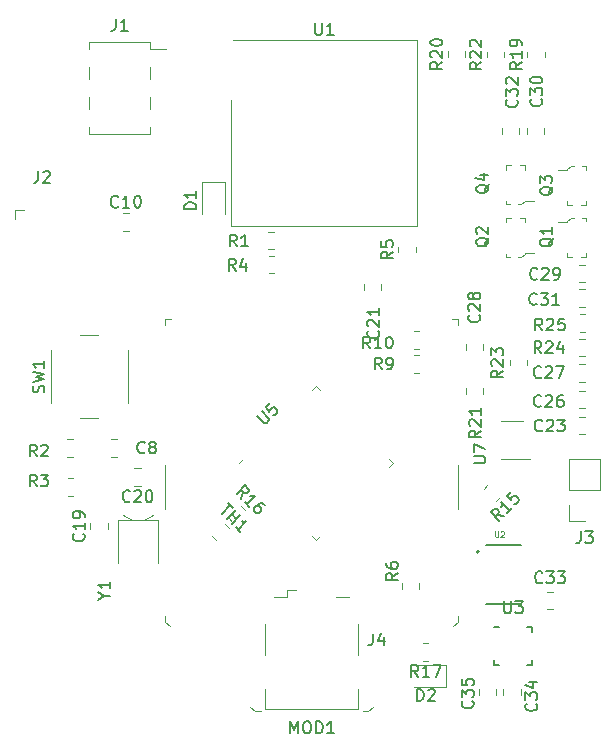
<source format=gto>
%TF.GenerationSoftware,KiCad,Pcbnew,5.1.9*%
%TF.CreationDate,2021-03-03T17:23:20-06:00*%
%TF.ProjectId,ARC-Boat0,4152432d-426f-4617-9430-2e6b69636164,rev?*%
%TF.SameCoordinates,Original*%
%TF.FileFunction,Legend,Top*%
%TF.FilePolarity,Positive*%
%FSLAX46Y46*%
G04 Gerber Fmt 4.6, Leading zero omitted, Abs format (unit mm)*
G04 Created by KiCad (PCBNEW 5.1.9) date 2021-03-03 17:23:20*
%MOMM*%
%LPD*%
G01*
G04 APERTURE LIST*
%ADD10C,0.120000*%
%ADD11C,0.150000*%
%ADD12C,0.127000*%
%ADD13C,0.200000*%
%ADD14C,0.100000*%
%ADD15C,0.015000*%
G04 APERTURE END LIST*
D10*
%TO.C,C35*%
X136905000Y-90348748D02*
X136905000Y-90871252D01*
X138375000Y-90348748D02*
X138375000Y-90871252D01*
%TO.C,C34*%
X138975000Y-90338748D02*
X138975000Y-90861252D01*
X140445000Y-90338748D02*
X140445000Y-90861252D01*
%TO.C,C33*%
X142678748Y-83565000D02*
X143201252Y-83565000D01*
X142678748Y-82095000D02*
X143201252Y-82095000D01*
D11*
%TO.C,U3*%
X138200000Y-88330000D02*
X138200000Y-87930000D01*
X138200000Y-88330000D02*
X138600000Y-88330000D01*
X141400000Y-88330000D02*
X141400000Y-87930000D01*
X141400000Y-88330000D02*
X141000000Y-88330000D01*
X141400000Y-85130000D02*
X141400000Y-85530000D01*
X141400000Y-85130000D02*
X141000000Y-85130000D01*
X138200000Y-85130000D02*
X138600000Y-85130000D01*
D10*
%TO.C,J1*%
X103894000Y-35598000D02*
X109094000Y-35598000D01*
X109094000Y-35598000D02*
X109094000Y-36168000D01*
X109094000Y-37688000D02*
X109094000Y-38708000D01*
X109094000Y-40228000D02*
X109094000Y-41248000D01*
X109094000Y-42768000D02*
X109094000Y-43338000D01*
X103894000Y-43338000D02*
X109094000Y-43338000D01*
X103894000Y-35598000D02*
X103894000Y-36168000D01*
X103894000Y-37688000D02*
X103894000Y-38708000D01*
X103894000Y-40228000D02*
X103894000Y-41248000D01*
X103894000Y-42768000D02*
X103894000Y-43338000D01*
X109094000Y-36168000D02*
X110454000Y-36168000D01*
%TO.C,SW1*%
X107168000Y-66154000D02*
X107168000Y-61654000D01*
X103168000Y-67404000D02*
X104668000Y-67404000D01*
X100668000Y-61654000D02*
X100668000Y-66154000D01*
X104668000Y-60404000D02*
X103168000Y-60404000D01*
%TO.C,R6*%
X131867000Y-81404936D02*
X131867000Y-81859064D01*
X130397000Y-81404936D02*
X130397000Y-81859064D01*
%TO.C,R5*%
X130090000Y-53377064D02*
X130090000Y-52922936D01*
X131560000Y-53377064D02*
X131560000Y-52922936D01*
%TO.C,R4*%
X119547064Y-55135000D02*
X119092936Y-55135000D01*
X119547064Y-53665000D02*
X119092936Y-53665000D01*
%TO.C,R3*%
X102553564Y-73985000D02*
X102099436Y-73985000D01*
X102553564Y-72515000D02*
X102099436Y-72515000D01*
%TO.C,R2*%
X102052436Y-69213000D02*
X102506564Y-69213000D01*
X102052436Y-70683000D02*
X102506564Y-70683000D01*
%TO.C,C10*%
X106748748Y-50085000D02*
X107271252Y-50085000D01*
X106748748Y-51555000D02*
X107271252Y-51555000D01*
%TO.C,C8*%
X105724748Y-69213000D02*
X106247252Y-69213000D01*
X105724748Y-70683000D02*
X106247252Y-70683000D01*
%TO.C,U5*%
X122786447Y-65024029D02*
X123140000Y-64670475D01*
X123140000Y-64670475D02*
X123493553Y-65024029D01*
X123493553Y-77355971D02*
X123140000Y-77709525D01*
X123140000Y-77709525D02*
X122786447Y-77355971D01*
X129305971Y-71543553D02*
X129659525Y-71190000D01*
X129659525Y-71190000D02*
X129305971Y-70836447D01*
X116974029Y-70836447D02*
X116620475Y-71190000D01*
%TO.C,J2*%
X97660000Y-50560000D02*
X97660000Y-49810000D01*
X97660000Y-49810000D02*
X98410000Y-49810000D01*
%TO.C,Y1*%
X106375000Y-79700000D02*
X106375000Y-76000000D01*
X106375000Y-76000000D02*
X109775000Y-76000000D01*
X109775000Y-76000000D02*
X109775000Y-79700000D01*
X107575000Y-76000000D02*
X106805000Y-75600000D01*
X106805000Y-75600000D02*
X106805000Y-75600000D01*
X108575000Y-76000000D02*
X109345000Y-75600000D01*
X109345000Y-75600000D02*
X109345000Y-75600000D01*
D12*
%TO.C,U2*%
X137506000Y-78116000D02*
X140506000Y-78116000D01*
X137506000Y-83116000D02*
X140506000Y-83116000D01*
D13*
X136906000Y-78741000D02*
G75*
G03*
X136906000Y-78741000I-100000J0D01*
G01*
D10*
%TO.C,U1*%
X115950000Y-40470000D02*
X115950000Y-51130000D01*
X115950000Y-51130000D02*
X131670000Y-51130000D01*
X131670000Y-35410000D02*
X131670000Y-51130000D01*
X116060000Y-35410000D02*
X131670000Y-35410000D01*
%TO.C,U7*%
X140600000Y-67640000D02*
X138800000Y-67640000D01*
X138800000Y-70860000D02*
X141250000Y-70860000D01*
%TO.C,TH1*%
X115385665Y-76379718D02*
X115706782Y-76700835D01*
X114346218Y-77419165D02*
X114667335Y-77740282D01*
%TO.C,R1*%
X119537064Y-53125000D02*
X119082936Y-53125000D01*
X119537064Y-51655000D02*
X119082936Y-51655000D01*
%TO.C,R10*%
X131412936Y-60069000D02*
X131867064Y-60069000D01*
X131412936Y-61539000D02*
X131867064Y-61539000D01*
%TO.C,R9*%
X131412936Y-62101000D02*
X131867064Y-62101000D01*
X131412936Y-63571000D02*
X131867064Y-63571000D01*
%TO.C,R17*%
X132629064Y-87955000D02*
X132174936Y-87955000D01*
X132629064Y-86485000D02*
X132174936Y-86485000D01*
%TO.C,R22*%
X137575000Y-36867064D02*
X137575000Y-36412936D01*
X139045000Y-36867064D02*
X139045000Y-36412936D01*
%TO.C,R20*%
X134265000Y-36827064D02*
X134265000Y-36372936D01*
X135735000Y-36827064D02*
X135735000Y-36372936D01*
%TO.C,R19*%
X140995000Y-36867064D02*
X140995000Y-36412936D01*
X142465000Y-36867064D02*
X142465000Y-36412936D01*
%TO.C,R25*%
X145432936Y-58615000D02*
X145887064Y-58615000D01*
X145432936Y-60085000D02*
X145887064Y-60085000D01*
%TO.C,R24*%
X145412936Y-60675000D02*
X145867064Y-60675000D01*
X145412936Y-62145000D02*
X145867064Y-62145000D01*
%TO.C,R23*%
X141010000Y-62497936D02*
X141010000Y-62952064D01*
X139540000Y-62497936D02*
X139540000Y-62952064D01*
%TO.C,R21*%
X135815000Y-65337064D02*
X135815000Y-64882936D01*
X137285000Y-65337064D02*
X137285000Y-64882936D01*
%TO.C,R16*%
X116759165Y-74849718D02*
X117080282Y-75170835D01*
X115719718Y-75889165D02*
X116040835Y-76210282D01*
%TO.C,R15*%
X138670282Y-74117165D02*
X138349165Y-74438282D01*
X137630835Y-73077718D02*
X137309718Y-73398835D01*
D14*
%TO.C,Q4*%
X140175000Y-49320000D02*
X140450000Y-49320000D01*
X140450000Y-49320000D02*
X140825000Y-49045000D01*
X140825000Y-49045000D02*
X140825000Y-48995000D01*
X140825000Y-48995000D02*
X141600000Y-48995000D01*
X140350000Y-46020000D02*
X140825000Y-46020000D01*
X140825000Y-46020000D02*
X140825000Y-46370000D01*
X139175000Y-46245000D02*
X139175000Y-46370000D01*
X139175000Y-46320000D02*
X139175000Y-46020000D01*
X139175000Y-46020000D02*
X139625000Y-46020000D01*
X139550000Y-49320000D02*
X139175000Y-49320000D01*
X139175000Y-49320000D02*
X139175000Y-49020000D01*
%TO.C,Q3*%
X144995000Y-46080000D02*
X144720000Y-46080000D01*
X144720000Y-46080000D02*
X144345000Y-46355000D01*
X144345000Y-46355000D02*
X144345000Y-46405000D01*
X144345000Y-46405000D02*
X143570000Y-46405000D01*
X144820000Y-49380000D02*
X144345000Y-49380000D01*
X144345000Y-49380000D02*
X144345000Y-49030000D01*
X145995000Y-49155000D02*
X145995000Y-49030000D01*
X145995000Y-49080000D02*
X145995000Y-49380000D01*
X145995000Y-49380000D02*
X145545000Y-49380000D01*
X145620000Y-46080000D02*
X145995000Y-46080000D01*
X145995000Y-46080000D02*
X145995000Y-46380000D01*
%TO.C,Q2*%
X140175000Y-53800000D02*
X140450000Y-53800000D01*
X140450000Y-53800000D02*
X140825000Y-53525000D01*
X140825000Y-53525000D02*
X140825000Y-53475000D01*
X140825000Y-53475000D02*
X141600000Y-53475000D01*
X140350000Y-50500000D02*
X140825000Y-50500000D01*
X140825000Y-50500000D02*
X140825000Y-50850000D01*
X139175000Y-50725000D02*
X139175000Y-50850000D01*
X139175000Y-50800000D02*
X139175000Y-50500000D01*
X139175000Y-50500000D02*
X139625000Y-50500000D01*
X139550000Y-53800000D02*
X139175000Y-53800000D01*
X139175000Y-53800000D02*
X139175000Y-53500000D01*
%TO.C,Q1*%
X144985000Y-50460000D02*
X144710000Y-50460000D01*
X144710000Y-50460000D02*
X144335000Y-50735000D01*
X144335000Y-50735000D02*
X144335000Y-50785000D01*
X144335000Y-50785000D02*
X143560000Y-50785000D01*
X144810000Y-53760000D02*
X144335000Y-53760000D01*
X144335000Y-53760000D02*
X144335000Y-53410000D01*
X145985000Y-53535000D02*
X145985000Y-53410000D01*
X145985000Y-53460000D02*
X145985000Y-53760000D01*
X145985000Y-53760000D02*
X145535000Y-53760000D01*
X145610000Y-50460000D02*
X145985000Y-50460000D01*
X145985000Y-50460000D02*
X145985000Y-50760000D01*
D10*
%TO.C,J3*%
X147194000Y-73504000D02*
X144534000Y-73504000D01*
X147194000Y-73504000D02*
X147194000Y-70904000D01*
X147194000Y-70904000D02*
X144534000Y-70904000D01*
X144534000Y-73504000D02*
X144534000Y-70904000D01*
X144534000Y-76104000D02*
X144534000Y-74774000D01*
X145864000Y-76104000D02*
X144534000Y-76104000D01*
%TO.C,D1*%
X115370000Y-50150000D02*
X115370000Y-47465000D01*
X115370000Y-47465000D02*
X113450000Y-47465000D01*
X113450000Y-47465000D02*
X113450000Y-50150000D01*
%TO.C,D2*%
X131402000Y-90212000D02*
X134087000Y-90212000D01*
X134087000Y-90212000D02*
X134087000Y-88292000D01*
X134087000Y-88292000D02*
X131402000Y-88292000D01*
%TO.C,C31*%
X145398748Y-56505000D02*
X145921252Y-56505000D01*
X145398748Y-57975000D02*
X145921252Y-57975000D01*
%TO.C,C29*%
X145388748Y-54445000D02*
X145911252Y-54445000D01*
X145388748Y-55915000D02*
X145911252Y-55915000D01*
%TO.C,C32*%
X138855000Y-43391252D02*
X138855000Y-42868748D01*
X140325000Y-43391252D02*
X140325000Y-42868748D01*
%TO.C,C30*%
X140965000Y-43401252D02*
X140965000Y-42878748D01*
X142435000Y-43401252D02*
X142435000Y-42878748D01*
%TO.C,C21*%
X128615000Y-56078748D02*
X128615000Y-56601252D01*
X127145000Y-56078748D02*
X127145000Y-56601252D01*
%TO.C,C28*%
X135790000Y-61636252D02*
X135790000Y-61113748D01*
X137260000Y-61636252D02*
X137260000Y-61113748D01*
%TO.C,C20*%
X108261252Y-73135000D02*
X107738748Y-73135000D01*
X108261252Y-71665000D02*
X107738748Y-71665000D01*
%TO.C,C19*%
X104015000Y-76836252D02*
X104015000Y-76313748D01*
X105485000Y-76836252D02*
X105485000Y-76313748D01*
%TO.C,C27*%
X145378748Y-62875000D02*
X145901252Y-62875000D01*
X145378748Y-64345000D02*
X145901252Y-64345000D01*
%TO.C,C26*%
X145388748Y-65115000D02*
X145911252Y-65115000D01*
X145388748Y-66585000D02*
X145911252Y-66585000D01*
%TO.C,C23*%
X145368748Y-67295000D02*
X145891252Y-67295000D01*
X145368748Y-68765000D02*
X145891252Y-68765000D01*
D14*
%TO.C,MOD1*%
X110350000Y-75150000D02*
X110350000Y-71350000D01*
X135150000Y-75150000D02*
X135150000Y-71350000D01*
X117950000Y-92250000D02*
X117550000Y-91850000D01*
X117950000Y-92250000D02*
X118450000Y-92250000D01*
X127550000Y-92250000D02*
X127050000Y-92250000D01*
X127550000Y-92250000D02*
X127950000Y-91850000D01*
X110350000Y-84650000D02*
X110350000Y-84150000D01*
X110350000Y-84650000D02*
X110750000Y-85050000D01*
X135150000Y-84650000D02*
X134750000Y-85050000D01*
X135150000Y-84650000D02*
X135150000Y-84150000D01*
X135150000Y-59050000D02*
X135150000Y-59550000D01*
X135150000Y-59050000D02*
X134650000Y-59050000D01*
X110350000Y-59050000D02*
X110350000Y-59550000D01*
X110350000Y-59050000D02*
X110850000Y-59050000D01*
D10*
%TO.C,J4*%
X126700000Y-92010000D02*
X126700000Y-90350000D01*
X118780000Y-92010000D02*
X126700000Y-92010000D01*
X118780000Y-90350000D02*
X118780000Y-92010000D01*
X124790000Y-82540000D02*
X125940000Y-82540000D01*
X120690000Y-81950000D02*
X121390000Y-81950000D01*
X120690000Y-82540000D02*
X120690000Y-81950000D01*
X119540000Y-82540000D02*
X120690000Y-82540000D01*
X126700000Y-84850000D02*
X126700000Y-87450000D01*
X118780000Y-87450000D02*
X118780000Y-84850000D01*
%TD*%
%TO.C,C35*%
D11*
X136357142Y-91372857D02*
X136404761Y-91420476D01*
X136452380Y-91563333D01*
X136452380Y-91658571D01*
X136404761Y-91801428D01*
X136309523Y-91896666D01*
X136214285Y-91944285D01*
X136023809Y-91991904D01*
X135880952Y-91991904D01*
X135690476Y-91944285D01*
X135595238Y-91896666D01*
X135500000Y-91801428D01*
X135452380Y-91658571D01*
X135452380Y-91563333D01*
X135500000Y-91420476D01*
X135547619Y-91372857D01*
X135452380Y-91039523D02*
X135452380Y-90420476D01*
X135833333Y-90753809D01*
X135833333Y-90610952D01*
X135880952Y-90515714D01*
X135928571Y-90468095D01*
X136023809Y-90420476D01*
X136261904Y-90420476D01*
X136357142Y-90468095D01*
X136404761Y-90515714D01*
X136452380Y-90610952D01*
X136452380Y-90896666D01*
X136404761Y-90991904D01*
X136357142Y-91039523D01*
X135452380Y-89515714D02*
X135452380Y-89991904D01*
X135928571Y-90039523D01*
X135880952Y-89991904D01*
X135833333Y-89896666D01*
X135833333Y-89658571D01*
X135880952Y-89563333D01*
X135928571Y-89515714D01*
X136023809Y-89468095D01*
X136261904Y-89468095D01*
X136357142Y-89515714D01*
X136404761Y-89563333D01*
X136452380Y-89658571D01*
X136452380Y-89896666D01*
X136404761Y-89991904D01*
X136357142Y-90039523D01*
%TO.C,C34*%
X141747142Y-91592857D02*
X141794761Y-91640476D01*
X141842380Y-91783333D01*
X141842380Y-91878571D01*
X141794761Y-92021428D01*
X141699523Y-92116666D01*
X141604285Y-92164285D01*
X141413809Y-92211904D01*
X141270952Y-92211904D01*
X141080476Y-92164285D01*
X140985238Y-92116666D01*
X140890000Y-92021428D01*
X140842380Y-91878571D01*
X140842380Y-91783333D01*
X140890000Y-91640476D01*
X140937619Y-91592857D01*
X140842380Y-91259523D02*
X140842380Y-90640476D01*
X141223333Y-90973809D01*
X141223333Y-90830952D01*
X141270952Y-90735714D01*
X141318571Y-90688095D01*
X141413809Y-90640476D01*
X141651904Y-90640476D01*
X141747142Y-90688095D01*
X141794761Y-90735714D01*
X141842380Y-90830952D01*
X141842380Y-91116666D01*
X141794761Y-91211904D01*
X141747142Y-91259523D01*
X141175714Y-89783333D02*
X141842380Y-89783333D01*
X140794761Y-90021428D02*
X141509047Y-90259523D01*
X141509047Y-89640476D01*
%TO.C,C33*%
X142277142Y-81297142D02*
X142229523Y-81344761D01*
X142086666Y-81392380D01*
X141991428Y-81392380D01*
X141848571Y-81344761D01*
X141753333Y-81249523D01*
X141705714Y-81154285D01*
X141658095Y-80963809D01*
X141658095Y-80820952D01*
X141705714Y-80630476D01*
X141753333Y-80535238D01*
X141848571Y-80440000D01*
X141991428Y-80392380D01*
X142086666Y-80392380D01*
X142229523Y-80440000D01*
X142277142Y-80487619D01*
X142610476Y-80392380D02*
X143229523Y-80392380D01*
X142896190Y-80773333D01*
X143039047Y-80773333D01*
X143134285Y-80820952D01*
X143181904Y-80868571D01*
X143229523Y-80963809D01*
X143229523Y-81201904D01*
X143181904Y-81297142D01*
X143134285Y-81344761D01*
X143039047Y-81392380D01*
X142753333Y-81392380D01*
X142658095Y-81344761D01*
X142610476Y-81297142D01*
X143562857Y-80392380D02*
X144181904Y-80392380D01*
X143848571Y-80773333D01*
X143991428Y-80773333D01*
X144086666Y-80820952D01*
X144134285Y-80868571D01*
X144181904Y-80963809D01*
X144181904Y-81201904D01*
X144134285Y-81297142D01*
X144086666Y-81344761D01*
X143991428Y-81392380D01*
X143705714Y-81392380D01*
X143610476Y-81344761D01*
X143562857Y-81297142D01*
%TO.C,U3*%
X139038095Y-82932380D02*
X139038095Y-83741904D01*
X139085714Y-83837142D01*
X139133333Y-83884761D01*
X139228571Y-83932380D01*
X139419047Y-83932380D01*
X139514285Y-83884761D01*
X139561904Y-83837142D01*
X139609523Y-83741904D01*
X139609523Y-82932380D01*
X139990476Y-82932380D02*
X140609523Y-82932380D01*
X140276190Y-83313333D01*
X140419047Y-83313333D01*
X140514285Y-83360952D01*
X140561904Y-83408571D01*
X140609523Y-83503809D01*
X140609523Y-83741904D01*
X140561904Y-83837142D01*
X140514285Y-83884761D01*
X140419047Y-83932380D01*
X140133333Y-83932380D01*
X140038095Y-83884761D01*
X139990476Y-83837142D01*
%TO.C,J1*%
X106160666Y-33610380D02*
X106160666Y-34324666D01*
X106113047Y-34467523D01*
X106017809Y-34562761D01*
X105874952Y-34610380D01*
X105779714Y-34610380D01*
X107160666Y-34610380D02*
X106589238Y-34610380D01*
X106874952Y-34610380D02*
X106874952Y-33610380D01*
X106779714Y-33753238D01*
X106684476Y-33848476D01*
X106589238Y-33896095D01*
%TO.C,SW1*%
X100072761Y-65237333D02*
X100120380Y-65094476D01*
X100120380Y-64856380D01*
X100072761Y-64761142D01*
X100025142Y-64713523D01*
X99929904Y-64665904D01*
X99834666Y-64665904D01*
X99739428Y-64713523D01*
X99691809Y-64761142D01*
X99644190Y-64856380D01*
X99596571Y-65046857D01*
X99548952Y-65142095D01*
X99501333Y-65189714D01*
X99406095Y-65237333D01*
X99310857Y-65237333D01*
X99215619Y-65189714D01*
X99168000Y-65142095D01*
X99120380Y-65046857D01*
X99120380Y-64808761D01*
X99168000Y-64665904D01*
X99120380Y-64332571D02*
X100120380Y-64094476D01*
X99406095Y-63904000D01*
X100120380Y-63713523D01*
X99120380Y-63475428D01*
X100120380Y-62570666D02*
X100120380Y-63142095D01*
X100120380Y-62856380D02*
X99120380Y-62856380D01*
X99263238Y-62951619D01*
X99358476Y-63046857D01*
X99406095Y-63142095D01*
%TO.C,R6*%
X130060380Y-80528666D02*
X129584190Y-80862000D01*
X130060380Y-81100095D02*
X129060380Y-81100095D01*
X129060380Y-80719142D01*
X129108000Y-80623904D01*
X129155619Y-80576285D01*
X129250857Y-80528666D01*
X129393714Y-80528666D01*
X129488952Y-80576285D01*
X129536571Y-80623904D01*
X129584190Y-80719142D01*
X129584190Y-81100095D01*
X129060380Y-79671523D02*
X129060380Y-79862000D01*
X129108000Y-79957238D01*
X129155619Y-80004857D01*
X129298476Y-80100095D01*
X129488952Y-80147714D01*
X129869904Y-80147714D01*
X129965142Y-80100095D01*
X130012761Y-80052476D01*
X130060380Y-79957238D01*
X130060380Y-79766761D01*
X130012761Y-79671523D01*
X129965142Y-79623904D01*
X129869904Y-79576285D01*
X129631809Y-79576285D01*
X129536571Y-79623904D01*
X129488952Y-79671523D01*
X129441333Y-79766761D01*
X129441333Y-79957238D01*
X129488952Y-80052476D01*
X129536571Y-80100095D01*
X129631809Y-80147714D01*
%TO.C,R5*%
X129627380Y-53316666D02*
X129151190Y-53650000D01*
X129627380Y-53888095D02*
X128627380Y-53888095D01*
X128627380Y-53507142D01*
X128675000Y-53411904D01*
X128722619Y-53364285D01*
X128817857Y-53316666D01*
X128960714Y-53316666D01*
X129055952Y-53364285D01*
X129103571Y-53411904D01*
X129151190Y-53507142D01*
X129151190Y-53888095D01*
X128627380Y-52411904D02*
X128627380Y-52888095D01*
X129103571Y-52935714D01*
X129055952Y-52888095D01*
X129008333Y-52792857D01*
X129008333Y-52554761D01*
X129055952Y-52459523D01*
X129103571Y-52411904D01*
X129198809Y-52364285D01*
X129436904Y-52364285D01*
X129532142Y-52411904D01*
X129579761Y-52459523D01*
X129627380Y-52554761D01*
X129627380Y-52792857D01*
X129579761Y-52888095D01*
X129532142Y-52935714D01*
%TO.C,R4*%
X116303333Y-54927380D02*
X115970000Y-54451190D01*
X115731904Y-54927380D02*
X115731904Y-53927380D01*
X116112857Y-53927380D01*
X116208095Y-53975000D01*
X116255714Y-54022619D01*
X116303333Y-54117857D01*
X116303333Y-54260714D01*
X116255714Y-54355952D01*
X116208095Y-54403571D01*
X116112857Y-54451190D01*
X115731904Y-54451190D01*
X117160476Y-54260714D02*
X117160476Y-54927380D01*
X116922380Y-53879761D02*
X116684285Y-54594047D01*
X117303333Y-54594047D01*
%TO.C,R3*%
X99469333Y-73194380D02*
X99136000Y-72718190D01*
X98897904Y-73194380D02*
X98897904Y-72194380D01*
X99278857Y-72194380D01*
X99374095Y-72242000D01*
X99421714Y-72289619D01*
X99469333Y-72384857D01*
X99469333Y-72527714D01*
X99421714Y-72622952D01*
X99374095Y-72670571D01*
X99278857Y-72718190D01*
X98897904Y-72718190D01*
X99802666Y-72194380D02*
X100421714Y-72194380D01*
X100088380Y-72575333D01*
X100231238Y-72575333D01*
X100326476Y-72622952D01*
X100374095Y-72670571D01*
X100421714Y-72765809D01*
X100421714Y-73003904D01*
X100374095Y-73099142D01*
X100326476Y-73146761D01*
X100231238Y-73194380D01*
X99945523Y-73194380D01*
X99850285Y-73146761D01*
X99802666Y-73099142D01*
%TO.C,R2*%
X99469333Y-70654380D02*
X99136000Y-70178190D01*
X98897904Y-70654380D02*
X98897904Y-69654380D01*
X99278857Y-69654380D01*
X99374095Y-69702000D01*
X99421714Y-69749619D01*
X99469333Y-69844857D01*
X99469333Y-69987714D01*
X99421714Y-70082952D01*
X99374095Y-70130571D01*
X99278857Y-70178190D01*
X98897904Y-70178190D01*
X99850285Y-69749619D02*
X99897904Y-69702000D01*
X99993142Y-69654380D01*
X100231238Y-69654380D01*
X100326476Y-69702000D01*
X100374095Y-69749619D01*
X100421714Y-69844857D01*
X100421714Y-69940095D01*
X100374095Y-70082952D01*
X99802666Y-70654380D01*
X100421714Y-70654380D01*
%TO.C,C10*%
X106367142Y-49497142D02*
X106319523Y-49544761D01*
X106176666Y-49592380D01*
X106081428Y-49592380D01*
X105938571Y-49544761D01*
X105843333Y-49449523D01*
X105795714Y-49354285D01*
X105748095Y-49163809D01*
X105748095Y-49020952D01*
X105795714Y-48830476D01*
X105843333Y-48735238D01*
X105938571Y-48640000D01*
X106081428Y-48592380D01*
X106176666Y-48592380D01*
X106319523Y-48640000D01*
X106367142Y-48687619D01*
X107319523Y-49592380D02*
X106748095Y-49592380D01*
X107033809Y-49592380D02*
X107033809Y-48592380D01*
X106938571Y-48735238D01*
X106843333Y-48830476D01*
X106748095Y-48878095D01*
X107938571Y-48592380D02*
X108033809Y-48592380D01*
X108129047Y-48640000D01*
X108176666Y-48687619D01*
X108224285Y-48782857D01*
X108271904Y-48973333D01*
X108271904Y-49211428D01*
X108224285Y-49401904D01*
X108176666Y-49497142D01*
X108129047Y-49544761D01*
X108033809Y-49592380D01*
X107938571Y-49592380D01*
X107843333Y-49544761D01*
X107795714Y-49497142D01*
X107748095Y-49401904D01*
X107700476Y-49211428D01*
X107700476Y-48973333D01*
X107748095Y-48782857D01*
X107795714Y-48687619D01*
X107843333Y-48640000D01*
X107938571Y-48592380D01*
%TO.C,C8*%
X108613333Y-70305142D02*
X108565714Y-70352761D01*
X108422857Y-70400380D01*
X108327619Y-70400380D01*
X108184761Y-70352761D01*
X108089523Y-70257523D01*
X108041904Y-70162285D01*
X107994285Y-69971809D01*
X107994285Y-69828952D01*
X108041904Y-69638476D01*
X108089523Y-69543238D01*
X108184761Y-69448000D01*
X108327619Y-69400380D01*
X108422857Y-69400380D01*
X108565714Y-69448000D01*
X108613333Y-69495619D01*
X109184761Y-69828952D02*
X109089523Y-69781333D01*
X109041904Y-69733714D01*
X108994285Y-69638476D01*
X108994285Y-69590857D01*
X109041904Y-69495619D01*
X109089523Y-69448000D01*
X109184761Y-69400380D01*
X109375238Y-69400380D01*
X109470476Y-69448000D01*
X109518095Y-69495619D01*
X109565714Y-69590857D01*
X109565714Y-69638476D01*
X109518095Y-69733714D01*
X109470476Y-69781333D01*
X109375238Y-69828952D01*
X109184761Y-69828952D01*
X109089523Y-69876571D01*
X109041904Y-69924190D01*
X108994285Y-70019428D01*
X108994285Y-70209904D01*
X109041904Y-70305142D01*
X109089523Y-70352761D01*
X109184761Y-70400380D01*
X109375238Y-70400380D01*
X109470476Y-70352761D01*
X109518095Y-70305142D01*
X109565714Y-70209904D01*
X109565714Y-70019428D01*
X109518095Y-69924190D01*
X109470476Y-69876571D01*
X109375238Y-69828952D01*
%TO.C,U5*%
X118112807Y-67240303D02*
X118685227Y-67812723D01*
X118786242Y-67846395D01*
X118853586Y-67846395D01*
X118954601Y-67812723D01*
X119089288Y-67678036D01*
X119122960Y-67577021D01*
X119122960Y-67509677D01*
X119089288Y-67408662D01*
X118516868Y-66836242D01*
X119190303Y-66162807D02*
X118853586Y-66499525D01*
X119156632Y-66869914D01*
X119156632Y-66802571D01*
X119190303Y-66701555D01*
X119358662Y-66533197D01*
X119459677Y-66499525D01*
X119527021Y-66499525D01*
X119628036Y-66533197D01*
X119796395Y-66701555D01*
X119830067Y-66802571D01*
X119830067Y-66869914D01*
X119796395Y-66970929D01*
X119628036Y-67139288D01*
X119527021Y-67172960D01*
X119459677Y-67172960D01*
%TO.C,J2*%
X99576666Y-46512380D02*
X99576666Y-47226666D01*
X99529047Y-47369523D01*
X99433809Y-47464761D01*
X99290952Y-47512380D01*
X99195714Y-47512380D01*
X100005238Y-46607619D02*
X100052857Y-46560000D01*
X100148095Y-46512380D01*
X100386190Y-46512380D01*
X100481428Y-46560000D01*
X100529047Y-46607619D01*
X100576666Y-46702857D01*
X100576666Y-46798095D01*
X100529047Y-46940952D01*
X99957619Y-47512380D01*
X100576666Y-47512380D01*
%TO.C,Y1*%
X105201190Y-82451190D02*
X105677380Y-82451190D01*
X104677380Y-82784523D02*
X105201190Y-82451190D01*
X104677380Y-82117857D01*
X105677380Y-81260714D02*
X105677380Y-81832142D01*
X105677380Y-81546428D02*
X104677380Y-81546428D01*
X104820238Y-81641666D01*
X104915476Y-81736904D01*
X104963095Y-81832142D01*
%TO.C,U2*%
D15*
X138273556Y-76984703D02*
X138273556Y-77373664D01*
X138296436Y-77419424D01*
X138319316Y-77442304D01*
X138365076Y-77465184D01*
X138456596Y-77465184D01*
X138502356Y-77442304D01*
X138525236Y-77419424D01*
X138548116Y-77373664D01*
X138548116Y-76984703D01*
X138754037Y-77030463D02*
X138776917Y-77007583D01*
X138822677Y-76984703D01*
X138937077Y-76984703D01*
X138982837Y-77007583D01*
X139005717Y-77030463D01*
X139028597Y-77076223D01*
X139028597Y-77121983D01*
X139005717Y-77190623D01*
X138731157Y-77465184D01*
X139028597Y-77465184D01*
%TO.C,U1*%
D11*
X123048095Y-33972380D02*
X123048095Y-34781904D01*
X123095714Y-34877142D01*
X123143333Y-34924761D01*
X123238571Y-34972380D01*
X123429047Y-34972380D01*
X123524285Y-34924761D01*
X123571904Y-34877142D01*
X123619523Y-34781904D01*
X123619523Y-33972380D01*
X124619523Y-34972380D02*
X124048095Y-34972380D01*
X124333809Y-34972380D02*
X124333809Y-33972380D01*
X124238571Y-34115238D01*
X124143333Y-34210476D01*
X124048095Y-34258095D01*
%TO.C,U7*%
X136462380Y-71221904D02*
X137271904Y-71221904D01*
X137367142Y-71174285D01*
X137414761Y-71126666D01*
X137462380Y-71031428D01*
X137462380Y-70840952D01*
X137414761Y-70745714D01*
X137367142Y-70698095D01*
X137271904Y-70650476D01*
X136462380Y-70650476D01*
X136462380Y-70269523D02*
X136462380Y-69602857D01*
X137462380Y-70031428D01*
%TO.C,TH1*%
X115671313Y-74596911D02*
X116075374Y-75000972D01*
X115166237Y-75506048D02*
X115873344Y-74798942D01*
X115603970Y-75943781D02*
X116311077Y-75236674D01*
X115974359Y-75573392D02*
X116378420Y-75977453D01*
X116008031Y-76347842D02*
X116715138Y-75640735D01*
X116715138Y-77054949D02*
X116311077Y-76650888D01*
X116513107Y-76852918D02*
X117220214Y-76145812D01*
X117051855Y-76179483D01*
X116917168Y-76179483D01*
X116816153Y-76145812D01*
%TO.C,R1*%
X116393333Y-52882380D02*
X116060000Y-52406190D01*
X115821904Y-52882380D02*
X115821904Y-51882380D01*
X116202857Y-51882380D01*
X116298095Y-51930000D01*
X116345714Y-51977619D01*
X116393333Y-52072857D01*
X116393333Y-52215714D01*
X116345714Y-52310952D01*
X116298095Y-52358571D01*
X116202857Y-52406190D01*
X115821904Y-52406190D01*
X117345714Y-52882380D02*
X116774285Y-52882380D01*
X117060000Y-52882380D02*
X117060000Y-51882380D01*
X116964761Y-52025238D01*
X116869523Y-52120476D01*
X116774285Y-52168095D01*
%TO.C,R10*%
X127695142Y-61510380D02*
X127361809Y-61034190D01*
X127123714Y-61510380D02*
X127123714Y-60510380D01*
X127504666Y-60510380D01*
X127599904Y-60558000D01*
X127647523Y-60605619D01*
X127695142Y-60700857D01*
X127695142Y-60843714D01*
X127647523Y-60938952D01*
X127599904Y-60986571D01*
X127504666Y-61034190D01*
X127123714Y-61034190D01*
X128647523Y-61510380D02*
X128076095Y-61510380D01*
X128361809Y-61510380D02*
X128361809Y-60510380D01*
X128266571Y-60653238D01*
X128171333Y-60748476D01*
X128076095Y-60796095D01*
X129266571Y-60510380D02*
X129361809Y-60510380D01*
X129457047Y-60558000D01*
X129504666Y-60605619D01*
X129552285Y-60700857D01*
X129599904Y-60891333D01*
X129599904Y-61129428D01*
X129552285Y-61319904D01*
X129504666Y-61415142D01*
X129457047Y-61462761D01*
X129361809Y-61510380D01*
X129266571Y-61510380D01*
X129171333Y-61462761D01*
X129123714Y-61415142D01*
X129076095Y-61319904D01*
X129028476Y-61129428D01*
X129028476Y-60891333D01*
X129076095Y-60700857D01*
X129123714Y-60605619D01*
X129171333Y-60558000D01*
X129266571Y-60510380D01*
%TO.C,R9*%
X128679333Y-63288380D02*
X128346000Y-62812190D01*
X128107904Y-63288380D02*
X128107904Y-62288380D01*
X128488857Y-62288380D01*
X128584095Y-62336000D01*
X128631714Y-62383619D01*
X128679333Y-62478857D01*
X128679333Y-62621714D01*
X128631714Y-62716952D01*
X128584095Y-62764571D01*
X128488857Y-62812190D01*
X128107904Y-62812190D01*
X129155523Y-63288380D02*
X129346000Y-63288380D01*
X129441238Y-63240761D01*
X129488857Y-63193142D01*
X129584095Y-63050285D01*
X129631714Y-62859809D01*
X129631714Y-62478857D01*
X129584095Y-62383619D01*
X129536476Y-62336000D01*
X129441238Y-62288380D01*
X129250761Y-62288380D01*
X129155523Y-62336000D01*
X129107904Y-62383619D01*
X129060285Y-62478857D01*
X129060285Y-62716952D01*
X129107904Y-62812190D01*
X129155523Y-62859809D01*
X129250761Y-62907428D01*
X129441238Y-62907428D01*
X129536476Y-62859809D01*
X129584095Y-62812190D01*
X129631714Y-62716952D01*
%TO.C,R17*%
X131759142Y-89322380D02*
X131425809Y-88846190D01*
X131187714Y-89322380D02*
X131187714Y-88322380D01*
X131568666Y-88322380D01*
X131663904Y-88370000D01*
X131711523Y-88417619D01*
X131759142Y-88512857D01*
X131759142Y-88655714D01*
X131711523Y-88750952D01*
X131663904Y-88798571D01*
X131568666Y-88846190D01*
X131187714Y-88846190D01*
X132711523Y-89322380D02*
X132140095Y-89322380D01*
X132425809Y-89322380D02*
X132425809Y-88322380D01*
X132330571Y-88465238D01*
X132235333Y-88560476D01*
X132140095Y-88608095D01*
X133044857Y-88322380D02*
X133711523Y-88322380D01*
X133282952Y-89322380D01*
%TO.C,R22*%
X137112380Y-37282857D02*
X136636190Y-37616190D01*
X137112380Y-37854285D02*
X136112380Y-37854285D01*
X136112380Y-37473333D01*
X136160000Y-37378095D01*
X136207619Y-37330476D01*
X136302857Y-37282857D01*
X136445714Y-37282857D01*
X136540952Y-37330476D01*
X136588571Y-37378095D01*
X136636190Y-37473333D01*
X136636190Y-37854285D01*
X136207619Y-36901904D02*
X136160000Y-36854285D01*
X136112380Y-36759047D01*
X136112380Y-36520952D01*
X136160000Y-36425714D01*
X136207619Y-36378095D01*
X136302857Y-36330476D01*
X136398095Y-36330476D01*
X136540952Y-36378095D01*
X137112380Y-36949523D01*
X137112380Y-36330476D01*
X136207619Y-35949523D02*
X136160000Y-35901904D01*
X136112380Y-35806666D01*
X136112380Y-35568571D01*
X136160000Y-35473333D01*
X136207619Y-35425714D01*
X136302857Y-35378095D01*
X136398095Y-35378095D01*
X136540952Y-35425714D01*
X137112380Y-35997142D01*
X137112380Y-35378095D01*
%TO.C,R20*%
X133802380Y-37242857D02*
X133326190Y-37576190D01*
X133802380Y-37814285D02*
X132802380Y-37814285D01*
X132802380Y-37433333D01*
X132850000Y-37338095D01*
X132897619Y-37290476D01*
X132992857Y-37242857D01*
X133135714Y-37242857D01*
X133230952Y-37290476D01*
X133278571Y-37338095D01*
X133326190Y-37433333D01*
X133326190Y-37814285D01*
X132897619Y-36861904D02*
X132850000Y-36814285D01*
X132802380Y-36719047D01*
X132802380Y-36480952D01*
X132850000Y-36385714D01*
X132897619Y-36338095D01*
X132992857Y-36290476D01*
X133088095Y-36290476D01*
X133230952Y-36338095D01*
X133802380Y-36909523D01*
X133802380Y-36290476D01*
X132802380Y-35671428D02*
X132802380Y-35576190D01*
X132850000Y-35480952D01*
X132897619Y-35433333D01*
X132992857Y-35385714D01*
X133183333Y-35338095D01*
X133421428Y-35338095D01*
X133611904Y-35385714D01*
X133707142Y-35433333D01*
X133754761Y-35480952D01*
X133802380Y-35576190D01*
X133802380Y-35671428D01*
X133754761Y-35766666D01*
X133707142Y-35814285D01*
X133611904Y-35861904D01*
X133421428Y-35909523D01*
X133183333Y-35909523D01*
X132992857Y-35861904D01*
X132897619Y-35814285D01*
X132850000Y-35766666D01*
X132802380Y-35671428D01*
%TO.C,R19*%
X140532380Y-37282857D02*
X140056190Y-37616190D01*
X140532380Y-37854285D02*
X139532380Y-37854285D01*
X139532380Y-37473333D01*
X139580000Y-37378095D01*
X139627619Y-37330476D01*
X139722857Y-37282857D01*
X139865714Y-37282857D01*
X139960952Y-37330476D01*
X140008571Y-37378095D01*
X140056190Y-37473333D01*
X140056190Y-37854285D01*
X140532380Y-36330476D02*
X140532380Y-36901904D01*
X140532380Y-36616190D02*
X139532380Y-36616190D01*
X139675238Y-36711428D01*
X139770476Y-36806666D01*
X139818095Y-36901904D01*
X140532380Y-35854285D02*
X140532380Y-35663809D01*
X140484761Y-35568571D01*
X140437142Y-35520952D01*
X140294285Y-35425714D01*
X140103809Y-35378095D01*
X139722857Y-35378095D01*
X139627619Y-35425714D01*
X139580000Y-35473333D01*
X139532380Y-35568571D01*
X139532380Y-35759047D01*
X139580000Y-35854285D01*
X139627619Y-35901904D01*
X139722857Y-35949523D01*
X139960952Y-35949523D01*
X140056190Y-35901904D01*
X140103809Y-35854285D01*
X140151428Y-35759047D01*
X140151428Y-35568571D01*
X140103809Y-35473333D01*
X140056190Y-35425714D01*
X139960952Y-35378095D01*
%TO.C,R25*%
X142267142Y-59982380D02*
X141933809Y-59506190D01*
X141695714Y-59982380D02*
X141695714Y-58982380D01*
X142076666Y-58982380D01*
X142171904Y-59030000D01*
X142219523Y-59077619D01*
X142267142Y-59172857D01*
X142267142Y-59315714D01*
X142219523Y-59410952D01*
X142171904Y-59458571D01*
X142076666Y-59506190D01*
X141695714Y-59506190D01*
X142648095Y-59077619D02*
X142695714Y-59030000D01*
X142790952Y-58982380D01*
X143029047Y-58982380D01*
X143124285Y-59030000D01*
X143171904Y-59077619D01*
X143219523Y-59172857D01*
X143219523Y-59268095D01*
X143171904Y-59410952D01*
X142600476Y-59982380D01*
X143219523Y-59982380D01*
X144124285Y-58982380D02*
X143648095Y-58982380D01*
X143600476Y-59458571D01*
X143648095Y-59410952D01*
X143743333Y-59363333D01*
X143981428Y-59363333D01*
X144076666Y-59410952D01*
X144124285Y-59458571D01*
X144171904Y-59553809D01*
X144171904Y-59791904D01*
X144124285Y-59887142D01*
X144076666Y-59934761D01*
X143981428Y-59982380D01*
X143743333Y-59982380D01*
X143648095Y-59934761D01*
X143600476Y-59887142D01*
%TO.C,R24*%
X142197142Y-61922380D02*
X141863809Y-61446190D01*
X141625714Y-61922380D02*
X141625714Y-60922380D01*
X142006666Y-60922380D01*
X142101904Y-60970000D01*
X142149523Y-61017619D01*
X142197142Y-61112857D01*
X142197142Y-61255714D01*
X142149523Y-61350952D01*
X142101904Y-61398571D01*
X142006666Y-61446190D01*
X141625714Y-61446190D01*
X142578095Y-61017619D02*
X142625714Y-60970000D01*
X142720952Y-60922380D01*
X142959047Y-60922380D01*
X143054285Y-60970000D01*
X143101904Y-61017619D01*
X143149523Y-61112857D01*
X143149523Y-61208095D01*
X143101904Y-61350952D01*
X142530476Y-61922380D01*
X143149523Y-61922380D01*
X144006666Y-61255714D02*
X144006666Y-61922380D01*
X143768571Y-60874761D02*
X143530476Y-61589047D01*
X144149523Y-61589047D01*
%TO.C,R23*%
X138952380Y-63392857D02*
X138476190Y-63726190D01*
X138952380Y-63964285D02*
X137952380Y-63964285D01*
X137952380Y-63583333D01*
X138000000Y-63488095D01*
X138047619Y-63440476D01*
X138142857Y-63392857D01*
X138285714Y-63392857D01*
X138380952Y-63440476D01*
X138428571Y-63488095D01*
X138476190Y-63583333D01*
X138476190Y-63964285D01*
X138047619Y-63011904D02*
X138000000Y-62964285D01*
X137952380Y-62869047D01*
X137952380Y-62630952D01*
X138000000Y-62535714D01*
X138047619Y-62488095D01*
X138142857Y-62440476D01*
X138238095Y-62440476D01*
X138380952Y-62488095D01*
X138952380Y-63059523D01*
X138952380Y-62440476D01*
X137952380Y-62107142D02*
X137952380Y-61488095D01*
X138333333Y-61821428D01*
X138333333Y-61678571D01*
X138380952Y-61583333D01*
X138428571Y-61535714D01*
X138523809Y-61488095D01*
X138761904Y-61488095D01*
X138857142Y-61535714D01*
X138904761Y-61583333D01*
X138952380Y-61678571D01*
X138952380Y-61964285D01*
X138904761Y-62059523D01*
X138857142Y-62107142D01*
%TO.C,R21*%
X137072380Y-68472857D02*
X136596190Y-68806190D01*
X137072380Y-69044285D02*
X136072380Y-69044285D01*
X136072380Y-68663333D01*
X136120000Y-68568095D01*
X136167619Y-68520476D01*
X136262857Y-68472857D01*
X136405714Y-68472857D01*
X136500952Y-68520476D01*
X136548571Y-68568095D01*
X136596190Y-68663333D01*
X136596190Y-69044285D01*
X136167619Y-68091904D02*
X136120000Y-68044285D01*
X136072380Y-67949047D01*
X136072380Y-67710952D01*
X136120000Y-67615714D01*
X136167619Y-67568095D01*
X136262857Y-67520476D01*
X136358095Y-67520476D01*
X136500952Y-67568095D01*
X137072380Y-68139523D01*
X137072380Y-67520476D01*
X137072380Y-66568095D02*
X137072380Y-67139523D01*
X137072380Y-66853809D02*
X136072380Y-66853809D01*
X136215238Y-66949047D01*
X136310476Y-67044285D01*
X136358095Y-67139523D01*
%TO.C,R16*%
X116792275Y-74228586D02*
X116893290Y-73656167D01*
X116388214Y-73824525D02*
X117095321Y-73117419D01*
X117364695Y-73386793D01*
X117398367Y-73487808D01*
X117398367Y-73555151D01*
X117364695Y-73656167D01*
X117263680Y-73757182D01*
X117162664Y-73790854D01*
X117095321Y-73790854D01*
X116994306Y-73757182D01*
X116724932Y-73487808D01*
X117465710Y-74902022D02*
X117061649Y-74497961D01*
X117263680Y-74699991D02*
X117970787Y-73992884D01*
X117802428Y-74026556D01*
X117667741Y-74026556D01*
X117566726Y-73992884D01*
X118778909Y-74801006D02*
X118644222Y-74666319D01*
X118543206Y-74632648D01*
X118475863Y-74632648D01*
X118307504Y-74666319D01*
X118139145Y-74767335D01*
X117869771Y-75036709D01*
X117836100Y-75137724D01*
X117836100Y-75205067D01*
X117869771Y-75306083D01*
X118004458Y-75440770D01*
X118105474Y-75474441D01*
X118172817Y-75474441D01*
X118273832Y-75440770D01*
X118442191Y-75272411D01*
X118475863Y-75171396D01*
X118475863Y-75104052D01*
X118442191Y-75003037D01*
X118307504Y-74868350D01*
X118206489Y-74834678D01*
X118139145Y-74834678D01*
X118038130Y-74868350D01*
%TO.C,R15*%
X139022038Y-75699176D02*
X138449619Y-75598161D01*
X138617977Y-76103237D02*
X137910871Y-75396130D01*
X138180245Y-75126756D01*
X138281260Y-75093084D01*
X138348603Y-75093084D01*
X138449619Y-75126756D01*
X138550634Y-75227771D01*
X138584306Y-75328787D01*
X138584306Y-75396130D01*
X138550634Y-75497145D01*
X138281260Y-75766519D01*
X139695474Y-75025741D02*
X139291413Y-75429802D01*
X139493443Y-75227771D02*
X138786336Y-74520664D01*
X138820008Y-74689023D01*
X138820008Y-74823710D01*
X138786336Y-74924726D01*
X139628130Y-73678871D02*
X139291413Y-74015588D01*
X139594458Y-74385977D01*
X139594458Y-74318634D01*
X139628130Y-74217619D01*
X139796489Y-74049260D01*
X139897504Y-74015588D01*
X139964848Y-74015588D01*
X140065863Y-74049260D01*
X140234222Y-74217619D01*
X140267893Y-74318634D01*
X140267893Y-74385977D01*
X140234222Y-74486993D01*
X140065863Y-74655351D01*
X139964848Y-74689023D01*
X139897504Y-74689023D01*
%TO.C,Q4*%
X137757619Y-47625238D02*
X137710000Y-47720476D01*
X137614761Y-47815714D01*
X137471904Y-47958571D01*
X137424285Y-48053809D01*
X137424285Y-48149047D01*
X137662380Y-48101428D02*
X137614761Y-48196666D01*
X137519523Y-48291904D01*
X137329047Y-48339523D01*
X136995714Y-48339523D01*
X136805238Y-48291904D01*
X136710000Y-48196666D01*
X136662380Y-48101428D01*
X136662380Y-47910952D01*
X136710000Y-47815714D01*
X136805238Y-47720476D01*
X136995714Y-47672857D01*
X137329047Y-47672857D01*
X137519523Y-47720476D01*
X137614761Y-47815714D01*
X137662380Y-47910952D01*
X137662380Y-48101428D01*
X136995714Y-46815714D02*
X137662380Y-46815714D01*
X136614761Y-47053809D02*
X137329047Y-47291904D01*
X137329047Y-46672857D01*
%TO.C,Q3*%
X143177619Y-47805238D02*
X143130000Y-47900476D01*
X143034761Y-47995714D01*
X142891904Y-48138571D01*
X142844285Y-48233809D01*
X142844285Y-48329047D01*
X143082380Y-48281428D02*
X143034761Y-48376666D01*
X142939523Y-48471904D01*
X142749047Y-48519523D01*
X142415714Y-48519523D01*
X142225238Y-48471904D01*
X142130000Y-48376666D01*
X142082380Y-48281428D01*
X142082380Y-48090952D01*
X142130000Y-47995714D01*
X142225238Y-47900476D01*
X142415714Y-47852857D01*
X142749047Y-47852857D01*
X142939523Y-47900476D01*
X143034761Y-47995714D01*
X143082380Y-48090952D01*
X143082380Y-48281428D01*
X142082380Y-47519523D02*
X142082380Y-46900476D01*
X142463333Y-47233809D01*
X142463333Y-47090952D01*
X142510952Y-46995714D01*
X142558571Y-46948095D01*
X142653809Y-46900476D01*
X142891904Y-46900476D01*
X142987142Y-46948095D01*
X143034761Y-46995714D01*
X143082380Y-47090952D01*
X143082380Y-47376666D01*
X143034761Y-47471904D01*
X142987142Y-47519523D01*
%TO.C,Q2*%
X137757619Y-52135238D02*
X137710000Y-52230476D01*
X137614761Y-52325714D01*
X137471904Y-52468571D01*
X137424285Y-52563809D01*
X137424285Y-52659047D01*
X137662380Y-52611428D02*
X137614761Y-52706666D01*
X137519523Y-52801904D01*
X137329047Y-52849523D01*
X136995714Y-52849523D01*
X136805238Y-52801904D01*
X136710000Y-52706666D01*
X136662380Y-52611428D01*
X136662380Y-52420952D01*
X136710000Y-52325714D01*
X136805238Y-52230476D01*
X136995714Y-52182857D01*
X137329047Y-52182857D01*
X137519523Y-52230476D01*
X137614761Y-52325714D01*
X137662380Y-52420952D01*
X137662380Y-52611428D01*
X136757619Y-51801904D02*
X136710000Y-51754285D01*
X136662380Y-51659047D01*
X136662380Y-51420952D01*
X136710000Y-51325714D01*
X136757619Y-51278095D01*
X136852857Y-51230476D01*
X136948095Y-51230476D01*
X137090952Y-51278095D01*
X137662380Y-51849523D01*
X137662380Y-51230476D01*
%TO.C,Q1*%
X143187619Y-52165238D02*
X143140000Y-52260476D01*
X143044761Y-52355714D01*
X142901904Y-52498571D01*
X142854285Y-52593809D01*
X142854285Y-52689047D01*
X143092380Y-52641428D02*
X143044761Y-52736666D01*
X142949523Y-52831904D01*
X142759047Y-52879523D01*
X142425714Y-52879523D01*
X142235238Y-52831904D01*
X142140000Y-52736666D01*
X142092380Y-52641428D01*
X142092380Y-52450952D01*
X142140000Y-52355714D01*
X142235238Y-52260476D01*
X142425714Y-52212857D01*
X142759047Y-52212857D01*
X142949523Y-52260476D01*
X143044761Y-52355714D01*
X143092380Y-52450952D01*
X143092380Y-52641428D01*
X143092380Y-51260476D02*
X143092380Y-51831904D01*
X143092380Y-51546190D02*
X142092380Y-51546190D01*
X142235238Y-51641428D01*
X142330476Y-51736666D01*
X142378095Y-51831904D01*
%TO.C,J3*%
X145530666Y-76996380D02*
X145530666Y-77710666D01*
X145483047Y-77853523D01*
X145387809Y-77948761D01*
X145244952Y-77996380D01*
X145149714Y-77996380D01*
X145911619Y-76996380D02*
X146530666Y-76996380D01*
X146197333Y-77377333D01*
X146340190Y-77377333D01*
X146435428Y-77424952D01*
X146483047Y-77472571D01*
X146530666Y-77567809D01*
X146530666Y-77805904D01*
X146483047Y-77901142D01*
X146435428Y-77948761D01*
X146340190Y-77996380D01*
X146054476Y-77996380D01*
X145959238Y-77948761D01*
X145911619Y-77901142D01*
%TO.C,D1*%
X112972380Y-49728095D02*
X111972380Y-49728095D01*
X111972380Y-49490000D01*
X112020000Y-49347142D01*
X112115238Y-49251904D01*
X112210476Y-49204285D01*
X112400952Y-49156666D01*
X112543809Y-49156666D01*
X112734285Y-49204285D01*
X112829523Y-49251904D01*
X112924761Y-49347142D01*
X112972380Y-49490000D01*
X112972380Y-49728095D01*
X112972380Y-48204285D02*
X112972380Y-48775714D01*
X112972380Y-48490000D02*
X111972380Y-48490000D01*
X112115238Y-48585238D01*
X112210476Y-48680476D01*
X112258095Y-48775714D01*
%TO.C,D2*%
X131663904Y-91354380D02*
X131663904Y-90354380D01*
X131902000Y-90354380D01*
X132044857Y-90402000D01*
X132140095Y-90497238D01*
X132187714Y-90592476D01*
X132235333Y-90782952D01*
X132235333Y-90925809D01*
X132187714Y-91116285D01*
X132140095Y-91211523D01*
X132044857Y-91306761D01*
X131902000Y-91354380D01*
X131663904Y-91354380D01*
X132616285Y-90449619D02*
X132663904Y-90402000D01*
X132759142Y-90354380D01*
X132997238Y-90354380D01*
X133092476Y-90402000D01*
X133140095Y-90449619D01*
X133187714Y-90544857D01*
X133187714Y-90640095D01*
X133140095Y-90782952D01*
X132568666Y-91354380D01*
X133187714Y-91354380D01*
%TO.C,C31*%
X141797142Y-57727142D02*
X141749523Y-57774761D01*
X141606666Y-57822380D01*
X141511428Y-57822380D01*
X141368571Y-57774761D01*
X141273333Y-57679523D01*
X141225714Y-57584285D01*
X141178095Y-57393809D01*
X141178095Y-57250952D01*
X141225714Y-57060476D01*
X141273333Y-56965238D01*
X141368571Y-56870000D01*
X141511428Y-56822380D01*
X141606666Y-56822380D01*
X141749523Y-56870000D01*
X141797142Y-56917619D01*
X142130476Y-56822380D02*
X142749523Y-56822380D01*
X142416190Y-57203333D01*
X142559047Y-57203333D01*
X142654285Y-57250952D01*
X142701904Y-57298571D01*
X142749523Y-57393809D01*
X142749523Y-57631904D01*
X142701904Y-57727142D01*
X142654285Y-57774761D01*
X142559047Y-57822380D01*
X142273333Y-57822380D01*
X142178095Y-57774761D01*
X142130476Y-57727142D01*
X143701904Y-57822380D02*
X143130476Y-57822380D01*
X143416190Y-57822380D02*
X143416190Y-56822380D01*
X143320952Y-56965238D01*
X143225714Y-57060476D01*
X143130476Y-57108095D01*
%TO.C,C29*%
X141847142Y-55597142D02*
X141799523Y-55644761D01*
X141656666Y-55692380D01*
X141561428Y-55692380D01*
X141418571Y-55644761D01*
X141323333Y-55549523D01*
X141275714Y-55454285D01*
X141228095Y-55263809D01*
X141228095Y-55120952D01*
X141275714Y-54930476D01*
X141323333Y-54835238D01*
X141418571Y-54740000D01*
X141561428Y-54692380D01*
X141656666Y-54692380D01*
X141799523Y-54740000D01*
X141847142Y-54787619D01*
X142228095Y-54787619D02*
X142275714Y-54740000D01*
X142370952Y-54692380D01*
X142609047Y-54692380D01*
X142704285Y-54740000D01*
X142751904Y-54787619D01*
X142799523Y-54882857D01*
X142799523Y-54978095D01*
X142751904Y-55120952D01*
X142180476Y-55692380D01*
X142799523Y-55692380D01*
X143275714Y-55692380D02*
X143466190Y-55692380D01*
X143561428Y-55644761D01*
X143609047Y-55597142D01*
X143704285Y-55454285D01*
X143751904Y-55263809D01*
X143751904Y-54882857D01*
X143704285Y-54787619D01*
X143656666Y-54740000D01*
X143561428Y-54692380D01*
X143370952Y-54692380D01*
X143275714Y-54740000D01*
X143228095Y-54787619D01*
X143180476Y-54882857D01*
X143180476Y-55120952D01*
X143228095Y-55216190D01*
X143275714Y-55263809D01*
X143370952Y-55311428D01*
X143561428Y-55311428D01*
X143656666Y-55263809D01*
X143704285Y-55216190D01*
X143751904Y-55120952D01*
%TO.C,C32*%
X140097142Y-40462857D02*
X140144761Y-40510476D01*
X140192380Y-40653333D01*
X140192380Y-40748571D01*
X140144761Y-40891428D01*
X140049523Y-40986666D01*
X139954285Y-41034285D01*
X139763809Y-41081904D01*
X139620952Y-41081904D01*
X139430476Y-41034285D01*
X139335238Y-40986666D01*
X139240000Y-40891428D01*
X139192380Y-40748571D01*
X139192380Y-40653333D01*
X139240000Y-40510476D01*
X139287619Y-40462857D01*
X139192380Y-40129523D02*
X139192380Y-39510476D01*
X139573333Y-39843809D01*
X139573333Y-39700952D01*
X139620952Y-39605714D01*
X139668571Y-39558095D01*
X139763809Y-39510476D01*
X140001904Y-39510476D01*
X140097142Y-39558095D01*
X140144761Y-39605714D01*
X140192380Y-39700952D01*
X140192380Y-39986666D01*
X140144761Y-40081904D01*
X140097142Y-40129523D01*
X139287619Y-39129523D02*
X139240000Y-39081904D01*
X139192380Y-38986666D01*
X139192380Y-38748571D01*
X139240000Y-38653333D01*
X139287619Y-38605714D01*
X139382857Y-38558095D01*
X139478095Y-38558095D01*
X139620952Y-38605714D01*
X140192380Y-39177142D01*
X140192380Y-38558095D01*
%TO.C,C30*%
X142167142Y-40402857D02*
X142214761Y-40450476D01*
X142262380Y-40593333D01*
X142262380Y-40688571D01*
X142214761Y-40831428D01*
X142119523Y-40926666D01*
X142024285Y-40974285D01*
X141833809Y-41021904D01*
X141690952Y-41021904D01*
X141500476Y-40974285D01*
X141405238Y-40926666D01*
X141310000Y-40831428D01*
X141262380Y-40688571D01*
X141262380Y-40593333D01*
X141310000Y-40450476D01*
X141357619Y-40402857D01*
X141262380Y-40069523D02*
X141262380Y-39450476D01*
X141643333Y-39783809D01*
X141643333Y-39640952D01*
X141690952Y-39545714D01*
X141738571Y-39498095D01*
X141833809Y-39450476D01*
X142071904Y-39450476D01*
X142167142Y-39498095D01*
X142214761Y-39545714D01*
X142262380Y-39640952D01*
X142262380Y-39926666D01*
X142214761Y-40021904D01*
X142167142Y-40069523D01*
X141262380Y-38831428D02*
X141262380Y-38736190D01*
X141310000Y-38640952D01*
X141357619Y-38593333D01*
X141452857Y-38545714D01*
X141643333Y-38498095D01*
X141881428Y-38498095D01*
X142071904Y-38545714D01*
X142167142Y-38593333D01*
X142214761Y-38640952D01*
X142262380Y-38736190D01*
X142262380Y-38831428D01*
X142214761Y-38926666D01*
X142167142Y-38974285D01*
X142071904Y-39021904D01*
X141881428Y-39069523D01*
X141643333Y-39069523D01*
X141452857Y-39021904D01*
X141357619Y-38974285D01*
X141310000Y-38926666D01*
X141262380Y-38831428D01*
%TO.C,C21*%
X128367142Y-60032857D02*
X128414761Y-60080476D01*
X128462380Y-60223333D01*
X128462380Y-60318571D01*
X128414761Y-60461428D01*
X128319523Y-60556666D01*
X128224285Y-60604285D01*
X128033809Y-60651904D01*
X127890952Y-60651904D01*
X127700476Y-60604285D01*
X127605238Y-60556666D01*
X127510000Y-60461428D01*
X127462380Y-60318571D01*
X127462380Y-60223333D01*
X127510000Y-60080476D01*
X127557619Y-60032857D01*
X127557619Y-59651904D02*
X127510000Y-59604285D01*
X127462380Y-59509047D01*
X127462380Y-59270952D01*
X127510000Y-59175714D01*
X127557619Y-59128095D01*
X127652857Y-59080476D01*
X127748095Y-59080476D01*
X127890952Y-59128095D01*
X128462380Y-59699523D01*
X128462380Y-59080476D01*
X128462380Y-58128095D02*
X128462380Y-58699523D01*
X128462380Y-58413809D02*
X127462380Y-58413809D01*
X127605238Y-58509047D01*
X127700476Y-58604285D01*
X127748095Y-58699523D01*
%TO.C,C28*%
X136912142Y-58697857D02*
X136959761Y-58745476D01*
X137007380Y-58888333D01*
X137007380Y-58983571D01*
X136959761Y-59126428D01*
X136864523Y-59221666D01*
X136769285Y-59269285D01*
X136578809Y-59316904D01*
X136435952Y-59316904D01*
X136245476Y-59269285D01*
X136150238Y-59221666D01*
X136055000Y-59126428D01*
X136007380Y-58983571D01*
X136007380Y-58888333D01*
X136055000Y-58745476D01*
X136102619Y-58697857D01*
X136102619Y-58316904D02*
X136055000Y-58269285D01*
X136007380Y-58174047D01*
X136007380Y-57935952D01*
X136055000Y-57840714D01*
X136102619Y-57793095D01*
X136197857Y-57745476D01*
X136293095Y-57745476D01*
X136435952Y-57793095D01*
X137007380Y-58364523D01*
X137007380Y-57745476D01*
X136435952Y-57174047D02*
X136388333Y-57269285D01*
X136340714Y-57316904D01*
X136245476Y-57364523D01*
X136197857Y-57364523D01*
X136102619Y-57316904D01*
X136055000Y-57269285D01*
X136007380Y-57174047D01*
X136007380Y-56983571D01*
X136055000Y-56888333D01*
X136102619Y-56840714D01*
X136197857Y-56793095D01*
X136245476Y-56793095D01*
X136340714Y-56840714D01*
X136388333Y-56888333D01*
X136435952Y-56983571D01*
X136435952Y-57174047D01*
X136483571Y-57269285D01*
X136531190Y-57316904D01*
X136626428Y-57364523D01*
X136816904Y-57364523D01*
X136912142Y-57316904D01*
X136959761Y-57269285D01*
X137007380Y-57174047D01*
X137007380Y-56983571D01*
X136959761Y-56888333D01*
X136912142Y-56840714D01*
X136816904Y-56793095D01*
X136626428Y-56793095D01*
X136531190Y-56840714D01*
X136483571Y-56888333D01*
X136435952Y-56983571D01*
%TO.C,C20*%
X107357142Y-74437142D02*
X107309523Y-74484761D01*
X107166666Y-74532380D01*
X107071428Y-74532380D01*
X106928571Y-74484761D01*
X106833333Y-74389523D01*
X106785714Y-74294285D01*
X106738095Y-74103809D01*
X106738095Y-73960952D01*
X106785714Y-73770476D01*
X106833333Y-73675238D01*
X106928571Y-73580000D01*
X107071428Y-73532380D01*
X107166666Y-73532380D01*
X107309523Y-73580000D01*
X107357142Y-73627619D01*
X107738095Y-73627619D02*
X107785714Y-73580000D01*
X107880952Y-73532380D01*
X108119047Y-73532380D01*
X108214285Y-73580000D01*
X108261904Y-73627619D01*
X108309523Y-73722857D01*
X108309523Y-73818095D01*
X108261904Y-73960952D01*
X107690476Y-74532380D01*
X108309523Y-74532380D01*
X108928571Y-73532380D02*
X109023809Y-73532380D01*
X109119047Y-73580000D01*
X109166666Y-73627619D01*
X109214285Y-73722857D01*
X109261904Y-73913333D01*
X109261904Y-74151428D01*
X109214285Y-74341904D01*
X109166666Y-74437142D01*
X109119047Y-74484761D01*
X109023809Y-74532380D01*
X108928571Y-74532380D01*
X108833333Y-74484761D01*
X108785714Y-74437142D01*
X108738095Y-74341904D01*
X108690476Y-74151428D01*
X108690476Y-73913333D01*
X108738095Y-73722857D01*
X108785714Y-73627619D01*
X108833333Y-73580000D01*
X108928571Y-73532380D01*
%TO.C,C19*%
X103427142Y-77217857D02*
X103474761Y-77265476D01*
X103522380Y-77408333D01*
X103522380Y-77503571D01*
X103474761Y-77646428D01*
X103379523Y-77741666D01*
X103284285Y-77789285D01*
X103093809Y-77836904D01*
X102950952Y-77836904D01*
X102760476Y-77789285D01*
X102665238Y-77741666D01*
X102570000Y-77646428D01*
X102522380Y-77503571D01*
X102522380Y-77408333D01*
X102570000Y-77265476D01*
X102617619Y-77217857D01*
X103522380Y-76265476D02*
X103522380Y-76836904D01*
X103522380Y-76551190D02*
X102522380Y-76551190D01*
X102665238Y-76646428D01*
X102760476Y-76741666D01*
X102808095Y-76836904D01*
X103522380Y-75789285D02*
X103522380Y-75598809D01*
X103474761Y-75503571D01*
X103427142Y-75455952D01*
X103284285Y-75360714D01*
X103093809Y-75313095D01*
X102712857Y-75313095D01*
X102617619Y-75360714D01*
X102570000Y-75408333D01*
X102522380Y-75503571D01*
X102522380Y-75694047D01*
X102570000Y-75789285D01*
X102617619Y-75836904D01*
X102712857Y-75884523D01*
X102950952Y-75884523D01*
X103046190Y-75836904D01*
X103093809Y-75789285D01*
X103141428Y-75694047D01*
X103141428Y-75503571D01*
X103093809Y-75408333D01*
X103046190Y-75360714D01*
X102950952Y-75313095D01*
%TO.C,C27*%
X142177142Y-63937142D02*
X142129523Y-63984761D01*
X141986666Y-64032380D01*
X141891428Y-64032380D01*
X141748571Y-63984761D01*
X141653333Y-63889523D01*
X141605714Y-63794285D01*
X141558095Y-63603809D01*
X141558095Y-63460952D01*
X141605714Y-63270476D01*
X141653333Y-63175238D01*
X141748571Y-63080000D01*
X141891428Y-63032380D01*
X141986666Y-63032380D01*
X142129523Y-63080000D01*
X142177142Y-63127619D01*
X142558095Y-63127619D02*
X142605714Y-63080000D01*
X142700952Y-63032380D01*
X142939047Y-63032380D01*
X143034285Y-63080000D01*
X143081904Y-63127619D01*
X143129523Y-63222857D01*
X143129523Y-63318095D01*
X143081904Y-63460952D01*
X142510476Y-64032380D01*
X143129523Y-64032380D01*
X143462857Y-63032380D02*
X144129523Y-63032380D01*
X143700952Y-64032380D01*
%TO.C,C26*%
X142177142Y-66367142D02*
X142129523Y-66414761D01*
X141986666Y-66462380D01*
X141891428Y-66462380D01*
X141748571Y-66414761D01*
X141653333Y-66319523D01*
X141605714Y-66224285D01*
X141558095Y-66033809D01*
X141558095Y-65890952D01*
X141605714Y-65700476D01*
X141653333Y-65605238D01*
X141748571Y-65510000D01*
X141891428Y-65462380D01*
X141986666Y-65462380D01*
X142129523Y-65510000D01*
X142177142Y-65557619D01*
X142558095Y-65557619D02*
X142605714Y-65510000D01*
X142700952Y-65462380D01*
X142939047Y-65462380D01*
X143034285Y-65510000D01*
X143081904Y-65557619D01*
X143129523Y-65652857D01*
X143129523Y-65748095D01*
X143081904Y-65890952D01*
X142510476Y-66462380D01*
X143129523Y-66462380D01*
X143986666Y-65462380D02*
X143796190Y-65462380D01*
X143700952Y-65510000D01*
X143653333Y-65557619D01*
X143558095Y-65700476D01*
X143510476Y-65890952D01*
X143510476Y-66271904D01*
X143558095Y-66367142D01*
X143605714Y-66414761D01*
X143700952Y-66462380D01*
X143891428Y-66462380D01*
X143986666Y-66414761D01*
X144034285Y-66367142D01*
X144081904Y-66271904D01*
X144081904Y-66033809D01*
X144034285Y-65938571D01*
X143986666Y-65890952D01*
X143891428Y-65843333D01*
X143700952Y-65843333D01*
X143605714Y-65890952D01*
X143558095Y-65938571D01*
X143510476Y-66033809D01*
%TO.C,C23*%
X142257142Y-68437142D02*
X142209523Y-68484761D01*
X142066666Y-68532380D01*
X141971428Y-68532380D01*
X141828571Y-68484761D01*
X141733333Y-68389523D01*
X141685714Y-68294285D01*
X141638095Y-68103809D01*
X141638095Y-67960952D01*
X141685714Y-67770476D01*
X141733333Y-67675238D01*
X141828571Y-67580000D01*
X141971428Y-67532380D01*
X142066666Y-67532380D01*
X142209523Y-67580000D01*
X142257142Y-67627619D01*
X142638095Y-67627619D02*
X142685714Y-67580000D01*
X142780952Y-67532380D01*
X143019047Y-67532380D01*
X143114285Y-67580000D01*
X143161904Y-67627619D01*
X143209523Y-67722857D01*
X143209523Y-67818095D01*
X143161904Y-67960952D01*
X142590476Y-68532380D01*
X143209523Y-68532380D01*
X143542857Y-67532380D02*
X144161904Y-67532380D01*
X143828571Y-67913333D01*
X143971428Y-67913333D01*
X144066666Y-67960952D01*
X144114285Y-68008571D01*
X144161904Y-68103809D01*
X144161904Y-68341904D01*
X144114285Y-68437142D01*
X144066666Y-68484761D01*
X143971428Y-68532380D01*
X143685714Y-68532380D01*
X143590476Y-68484761D01*
X143542857Y-68437142D01*
%TO.C,MOD1*%
X120916666Y-94092380D02*
X120916666Y-93092380D01*
X121250000Y-93806666D01*
X121583333Y-93092380D01*
X121583333Y-94092380D01*
X122250000Y-93092380D02*
X122440476Y-93092380D01*
X122535714Y-93140000D01*
X122630952Y-93235238D01*
X122678571Y-93425714D01*
X122678571Y-93759047D01*
X122630952Y-93949523D01*
X122535714Y-94044761D01*
X122440476Y-94092380D01*
X122250000Y-94092380D01*
X122154761Y-94044761D01*
X122059523Y-93949523D01*
X122011904Y-93759047D01*
X122011904Y-93425714D01*
X122059523Y-93235238D01*
X122154761Y-93140000D01*
X122250000Y-93092380D01*
X123107142Y-94092380D02*
X123107142Y-93092380D01*
X123345238Y-93092380D01*
X123488095Y-93140000D01*
X123583333Y-93235238D01*
X123630952Y-93330476D01*
X123678571Y-93520952D01*
X123678571Y-93663809D01*
X123630952Y-93854285D01*
X123583333Y-93949523D01*
X123488095Y-94044761D01*
X123345238Y-94092380D01*
X123107142Y-94092380D01*
X124630952Y-94092380D02*
X124059523Y-94092380D01*
X124345238Y-94092380D02*
X124345238Y-93092380D01*
X124250000Y-93235238D01*
X124154761Y-93330476D01*
X124059523Y-93378095D01*
%TO.C,J4*%
X127931666Y-85652380D02*
X127931666Y-86366666D01*
X127884047Y-86509523D01*
X127788809Y-86604761D01*
X127645952Y-86652380D01*
X127550714Y-86652380D01*
X128836428Y-85985714D02*
X128836428Y-86652380D01*
X128598333Y-85604761D02*
X128360238Y-86319047D01*
X128979285Y-86319047D01*
%TD*%
M02*

</source>
